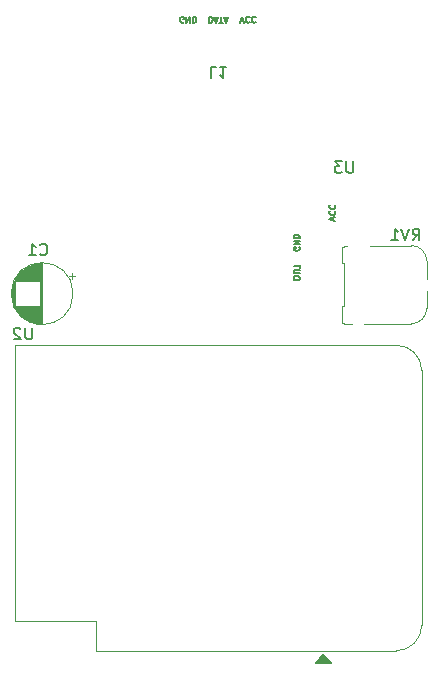
<source format=gbr>
%TF.GenerationSoftware,KiCad,Pcbnew,(6.0.4)*%
%TF.CreationDate,2022-08-05T18:27:13+05:30*%
%TF.ProjectId,led_web,6c65645f-7765-4622-9e6b-696361645f70,v1*%
%TF.SameCoordinates,Original*%
%TF.FileFunction,Legend,Bot*%
%TF.FilePolarity,Positive*%
%FSLAX46Y46*%
G04 Gerber Fmt 4.6, Leading zero omitted, Abs format (unit mm)*
G04 Created by KiCad (PCBNEW (6.0.4)) date 2022-08-05 18:27:13*
%MOMM*%
%LPD*%
G01*
G04 APERTURE LIST*
%ADD10C,0.150000*%
%ADD11C,0.127000*%
%ADD12C,0.120000*%
G04 APERTURE END LIST*
D10*
%TO.C,C1*%
X136564666Y-78716142D02*
X136612285Y-78763761D01*
X136755142Y-78811380D01*
X136850380Y-78811380D01*
X136993238Y-78763761D01*
X137088476Y-78668523D01*
X137136095Y-78573285D01*
X137183714Y-78382809D01*
X137183714Y-78239952D01*
X137136095Y-78049476D01*
X137088476Y-77954238D01*
X136993238Y-77859000D01*
X136850380Y-77811380D01*
X136755142Y-77811380D01*
X136612285Y-77859000D01*
X136564666Y-77906619D01*
X135612285Y-78811380D02*
X136183714Y-78811380D01*
X135898000Y-78811380D02*
X135898000Y-77811380D01*
X135993238Y-77954238D01*
X136088476Y-78049476D01*
X136183714Y-78097095D01*
%TO.C,L1*%
X151471333Y-62811619D02*
X150995142Y-62811619D01*
X150995142Y-63811619D01*
X152328476Y-62811619D02*
X151757047Y-62811619D01*
X152042761Y-62811619D02*
X152042761Y-63811619D01*
X151947523Y-63668761D01*
X151852285Y-63573523D01*
X151757047Y-63525904D01*
D11*
X153500666Y-59097190D02*
X153670000Y-58589190D01*
X153839333Y-59097190D01*
X154298952Y-58637571D02*
X154274761Y-58613380D01*
X154202190Y-58589190D01*
X154153809Y-58589190D01*
X154081238Y-58613380D01*
X154032857Y-58661761D01*
X154008666Y-58710142D01*
X153984476Y-58806904D01*
X153984476Y-58879476D01*
X154008666Y-58976238D01*
X154032857Y-59024619D01*
X154081238Y-59073000D01*
X154153809Y-59097190D01*
X154202190Y-59097190D01*
X154274761Y-59073000D01*
X154298952Y-59048809D01*
X154806952Y-58637571D02*
X154782761Y-58613380D01*
X154710190Y-58589190D01*
X154661809Y-58589190D01*
X154589238Y-58613380D01*
X154540857Y-58661761D01*
X154516666Y-58710142D01*
X154492476Y-58806904D01*
X154492476Y-58879476D01*
X154516666Y-58976238D01*
X154540857Y-59024619D01*
X154589238Y-59073000D01*
X154661809Y-59097190D01*
X154710190Y-59097190D01*
X154782761Y-59073000D01*
X154806952Y-59048809D01*
X150876000Y-58589190D02*
X150876000Y-59097190D01*
X150996952Y-59097190D01*
X151069523Y-59073000D01*
X151117904Y-59024619D01*
X151142095Y-58976238D01*
X151166285Y-58879476D01*
X151166285Y-58806904D01*
X151142095Y-58710142D01*
X151117904Y-58661761D01*
X151069523Y-58613380D01*
X150996952Y-58589190D01*
X150876000Y-58589190D01*
X151359809Y-58734333D02*
X151601714Y-58734333D01*
X151311428Y-58589190D02*
X151480761Y-59097190D01*
X151650095Y-58589190D01*
X151746857Y-59097190D02*
X152037142Y-59097190D01*
X151892000Y-58589190D02*
X151892000Y-59097190D01*
X152182285Y-58734333D02*
X152424190Y-58734333D01*
X152133904Y-58589190D02*
X152303238Y-59097190D01*
X152472571Y-58589190D01*
X148710952Y-59073000D02*
X148662571Y-59097190D01*
X148590000Y-59097190D01*
X148517428Y-59073000D01*
X148469047Y-59024619D01*
X148444857Y-58976238D01*
X148420666Y-58879476D01*
X148420666Y-58806904D01*
X148444857Y-58710142D01*
X148469047Y-58661761D01*
X148517428Y-58613380D01*
X148590000Y-58589190D01*
X148638380Y-58589190D01*
X148710952Y-58613380D01*
X148735142Y-58637571D01*
X148735142Y-58806904D01*
X148638380Y-58806904D01*
X148952857Y-58589190D02*
X148952857Y-59097190D01*
X149243142Y-58589190D01*
X149243142Y-59097190D01*
X149485047Y-58589190D02*
X149485047Y-59097190D01*
X149606000Y-59097190D01*
X149678571Y-59073000D01*
X149726952Y-59024619D01*
X149751142Y-58976238D01*
X149775333Y-58879476D01*
X149775333Y-58806904D01*
X149751142Y-58710142D01*
X149726952Y-58661761D01*
X149678571Y-58613380D01*
X149606000Y-58589190D01*
X149485047Y-58589190D01*
D10*
%TO.C,U3*%
X163067904Y-70826380D02*
X163067904Y-71635904D01*
X163020285Y-71731142D01*
X162972666Y-71778761D01*
X162877428Y-71826380D01*
X162686952Y-71826380D01*
X162591714Y-71778761D01*
X162544095Y-71731142D01*
X162496476Y-71635904D01*
X162496476Y-70826380D01*
X162115523Y-70826380D02*
X161496476Y-70826380D01*
X161829809Y-71207333D01*
X161686952Y-71207333D01*
X161591714Y-71254952D01*
X161544095Y-71302571D01*
X161496476Y-71397809D01*
X161496476Y-71635904D01*
X161544095Y-71731142D01*
X161591714Y-71778761D01*
X161686952Y-71826380D01*
X161972666Y-71826380D01*
X162067904Y-71778761D01*
X162115523Y-71731142D01*
D11*
X158514000Y-78111047D02*
X158538190Y-78159428D01*
X158538190Y-78232000D01*
X158514000Y-78304571D01*
X158465619Y-78352952D01*
X158417238Y-78377142D01*
X158320476Y-78401333D01*
X158247904Y-78401333D01*
X158151142Y-78377142D01*
X158102761Y-78352952D01*
X158054380Y-78304571D01*
X158030190Y-78232000D01*
X158030190Y-78183619D01*
X158054380Y-78111047D01*
X158078571Y-78086857D01*
X158247904Y-78086857D01*
X158247904Y-78183619D01*
X158030190Y-77869142D02*
X158538190Y-77869142D01*
X158030190Y-77578857D01*
X158538190Y-77578857D01*
X158030190Y-77336952D02*
X158538190Y-77336952D01*
X158538190Y-77216000D01*
X158514000Y-77143428D01*
X158465619Y-77095047D01*
X158417238Y-77070857D01*
X158320476Y-77046666D01*
X158247904Y-77046666D01*
X158151142Y-77070857D01*
X158102761Y-77095047D01*
X158054380Y-77143428D01*
X158030190Y-77216000D01*
X158030190Y-77336952D01*
X161568190Y-75861333D02*
X161060190Y-75692000D01*
X161568190Y-75522666D01*
X161108571Y-75063047D02*
X161084380Y-75087238D01*
X161060190Y-75159809D01*
X161060190Y-75208190D01*
X161084380Y-75280761D01*
X161132761Y-75329142D01*
X161181142Y-75353333D01*
X161277904Y-75377523D01*
X161350476Y-75377523D01*
X161447238Y-75353333D01*
X161495619Y-75329142D01*
X161544000Y-75280761D01*
X161568190Y-75208190D01*
X161568190Y-75159809D01*
X161544000Y-75087238D01*
X161519809Y-75063047D01*
X161108571Y-74555047D02*
X161084380Y-74579238D01*
X161060190Y-74651809D01*
X161060190Y-74700190D01*
X161084380Y-74772761D01*
X161132761Y-74821142D01*
X161181142Y-74845333D01*
X161277904Y-74869523D01*
X161350476Y-74869523D01*
X161447238Y-74845333D01*
X161495619Y-74821142D01*
X161544000Y-74772761D01*
X161568190Y-74700190D01*
X161568190Y-74651809D01*
X161544000Y-74579238D01*
X161519809Y-74555047D01*
X158538190Y-80772000D02*
X158538190Y-80675238D01*
X158514000Y-80626857D01*
X158465619Y-80578476D01*
X158368857Y-80554285D01*
X158199523Y-80554285D01*
X158102761Y-80578476D01*
X158054380Y-80626857D01*
X158030190Y-80675238D01*
X158030190Y-80772000D01*
X158054380Y-80820380D01*
X158102761Y-80868761D01*
X158199523Y-80892952D01*
X158368857Y-80892952D01*
X158465619Y-80868761D01*
X158514000Y-80820380D01*
X158538190Y-80772000D01*
X158538190Y-80336571D02*
X158126952Y-80336571D01*
X158078571Y-80312380D01*
X158054380Y-80288190D01*
X158030190Y-80239809D01*
X158030190Y-80143047D01*
X158054380Y-80094666D01*
X158078571Y-80070476D01*
X158126952Y-80046285D01*
X158538190Y-80046285D01*
X158538190Y-79876952D02*
X158538190Y-79586666D01*
X158030190Y-79731809D02*
X158538190Y-79731809D01*
D10*
%TO.C,RV1*%
X168108238Y-77541380D02*
X168441571Y-77065190D01*
X168679666Y-77541380D02*
X168679666Y-76541380D01*
X168298714Y-76541380D01*
X168203476Y-76589000D01*
X168155857Y-76636619D01*
X168108238Y-76731857D01*
X168108238Y-76874714D01*
X168155857Y-76969952D01*
X168203476Y-77017571D01*
X168298714Y-77065190D01*
X168679666Y-77065190D01*
X167822523Y-76541380D02*
X167489190Y-77541380D01*
X167155857Y-76541380D01*
X166298714Y-77541380D02*
X166870142Y-77541380D01*
X166584428Y-77541380D02*
X166584428Y-76541380D01*
X166679666Y-76684238D01*
X166774904Y-76779476D01*
X166870142Y-76827095D01*
%TO.C,U2*%
X135889904Y-84923380D02*
X135889904Y-85732904D01*
X135842285Y-85828142D01*
X135794666Y-85875761D01*
X135699428Y-85923380D01*
X135508952Y-85923380D01*
X135413714Y-85875761D01*
X135366095Y-85828142D01*
X135318476Y-85732904D01*
X135318476Y-84923380D01*
X134889904Y-85018619D02*
X134842285Y-84971000D01*
X134747047Y-84923380D01*
X134508952Y-84923380D01*
X134413714Y-84971000D01*
X134366095Y-85018619D01*
X134318476Y-85113857D01*
X134318476Y-85209095D01*
X134366095Y-85351952D01*
X134937523Y-85923380D01*
X134318476Y-85923380D01*
D12*
%TO.C,C1*%
X136373000Y-83082000D02*
X136373000Y-84598000D01*
X134492000Y-83082000D02*
X134492000Y-83361000D01*
X136173000Y-83082000D02*
X136173000Y-84562000D01*
X135052000Y-80071000D02*
X135052000Y-81002000D01*
X136493000Y-83082000D02*
X136493000Y-84611000D01*
X135532000Y-83082000D02*
X135532000Y-84332000D01*
X135372000Y-79842000D02*
X135372000Y-81002000D01*
X134572000Y-80599000D02*
X134572000Y-81002000D01*
X136213000Y-79514000D02*
X136213000Y-81002000D01*
X136293000Y-79499000D02*
X136293000Y-81002000D01*
X136293000Y-83082000D02*
X136293000Y-84585000D01*
X134772000Y-80343000D02*
X134772000Y-81002000D01*
X135212000Y-83082000D02*
X135212000Y-84137000D01*
X135692000Y-79677000D02*
X135692000Y-81002000D01*
X135972000Y-79574000D02*
X135972000Y-81002000D01*
X136653000Y-79463000D02*
X136653000Y-84621000D01*
X135132000Y-80007000D02*
X135132000Y-81002000D01*
X136133000Y-83082000D02*
X136133000Y-84553000D01*
X136012000Y-83082000D02*
X136012000Y-84522000D01*
X136053000Y-79551000D02*
X136053000Y-81002000D01*
X135452000Y-79795000D02*
X135452000Y-81002000D01*
X135852000Y-79614000D02*
X135852000Y-81002000D01*
X136413000Y-83082000D02*
X136413000Y-84603000D01*
X136253000Y-79506000D02*
X136253000Y-81002000D01*
X134572000Y-83082000D02*
X134572000Y-83485000D01*
X134332000Y-81031000D02*
X134332000Y-83053000D01*
X136613000Y-79464000D02*
X136613000Y-84620000D01*
X135292000Y-83082000D02*
X135292000Y-84191000D01*
X136253000Y-83082000D02*
X136253000Y-84578000D01*
X134852000Y-83082000D02*
X134852000Y-83827000D01*
X134932000Y-80178000D02*
X134932000Y-81002000D01*
X135092000Y-80038000D02*
X135092000Y-81002000D01*
X134972000Y-80141000D02*
X134972000Y-81002000D01*
X134932000Y-83082000D02*
X134932000Y-83906000D01*
X136333000Y-79492000D02*
X136333000Y-81002000D01*
X136373000Y-79486000D02*
X136373000Y-81002000D01*
X135212000Y-79947000D02*
X135212000Y-81002000D01*
X135172000Y-83082000D02*
X135172000Y-84107000D01*
X134452000Y-80791000D02*
X134452000Y-81002000D01*
X135732000Y-83082000D02*
X135732000Y-84424000D01*
X135652000Y-79694000D02*
X135652000Y-81002000D01*
X136012000Y-79562000D02*
X136012000Y-81002000D01*
X134692000Y-83082000D02*
X134692000Y-83647000D01*
X135412000Y-83082000D02*
X135412000Y-84266000D01*
X134692000Y-80437000D02*
X134692000Y-81002000D01*
X136693000Y-79462000D02*
X136693000Y-84622000D01*
X135292000Y-79893000D02*
X135292000Y-81002000D01*
X136733000Y-79462000D02*
X136733000Y-84622000D01*
X135972000Y-83082000D02*
X135972000Y-84510000D01*
X136173000Y-79522000D02*
X136173000Y-81002000D01*
X135852000Y-83082000D02*
X135852000Y-84470000D01*
X135612000Y-79713000D02*
X135612000Y-81002000D01*
X134612000Y-83082000D02*
X134612000Y-83542000D01*
X136093000Y-83082000D02*
X136093000Y-84543000D01*
X135612000Y-83082000D02*
X135612000Y-84371000D01*
X134532000Y-83082000D02*
X134532000Y-83425000D01*
X135772000Y-83082000D02*
X135772000Y-84440000D01*
X136453000Y-83082000D02*
X136453000Y-84607000D01*
X135492000Y-79774000D02*
X135492000Y-81002000D01*
X136413000Y-79481000D02*
X136413000Y-81002000D01*
X135332000Y-83082000D02*
X135332000Y-84217000D01*
X135252000Y-79920000D02*
X135252000Y-81002000D01*
X135372000Y-83082000D02*
X135372000Y-84242000D01*
X134412000Y-80864000D02*
X134412000Y-83220000D01*
X135812000Y-79628000D02*
X135812000Y-81002000D01*
X135812000Y-83082000D02*
X135812000Y-84456000D01*
X139537775Y-80567000D02*
X139037775Y-80567000D01*
X135452000Y-83082000D02*
X135452000Y-84289000D01*
X135652000Y-83082000D02*
X135652000Y-84390000D01*
X134892000Y-80216000D02*
X134892000Y-81002000D01*
X134532000Y-80659000D02*
X134532000Y-81002000D01*
X135532000Y-79752000D02*
X135532000Y-81002000D01*
X135132000Y-83082000D02*
X135132000Y-84077000D01*
X135772000Y-79644000D02*
X135772000Y-81002000D01*
X134652000Y-80488000D02*
X134652000Y-81002000D01*
X134132000Y-81758000D02*
X134132000Y-82326000D01*
X134212000Y-81365000D02*
X134212000Y-82719000D01*
X135012000Y-80105000D02*
X135012000Y-81002000D01*
X136333000Y-83082000D02*
X136333000Y-84592000D01*
X136493000Y-79473000D02*
X136493000Y-81002000D01*
X135412000Y-79818000D02*
X135412000Y-81002000D01*
X134292000Y-81127000D02*
X134292000Y-82957000D01*
X136133000Y-79531000D02*
X136133000Y-81002000D01*
X136533000Y-79469000D02*
X136533000Y-84615000D01*
X136213000Y-83082000D02*
X136213000Y-84570000D01*
X135892000Y-83082000D02*
X135892000Y-84484000D01*
X135572000Y-79732000D02*
X135572000Y-81002000D01*
X134492000Y-80723000D02*
X134492000Y-81002000D01*
X139287775Y-80317000D02*
X139287775Y-80817000D01*
X134892000Y-83082000D02*
X134892000Y-83868000D01*
X135012000Y-83082000D02*
X135012000Y-83979000D01*
X134172000Y-81524000D02*
X134172000Y-82560000D01*
X135692000Y-83082000D02*
X135692000Y-84407000D01*
X134732000Y-83082000D02*
X134732000Y-83695000D01*
X134252000Y-81237000D02*
X134252000Y-82847000D01*
X134372000Y-80944000D02*
X134372000Y-83140000D01*
X135052000Y-83082000D02*
X135052000Y-84013000D01*
X135932000Y-83082000D02*
X135932000Y-84497000D01*
X134452000Y-83082000D02*
X134452000Y-83293000D01*
X134972000Y-83082000D02*
X134972000Y-83943000D01*
X136453000Y-79477000D02*
X136453000Y-81002000D01*
X136573000Y-79466000D02*
X136573000Y-84618000D01*
X135732000Y-79660000D02*
X135732000Y-81002000D01*
X134652000Y-83082000D02*
X134652000Y-83596000D01*
X134812000Y-80299000D02*
X134812000Y-81002000D01*
X134852000Y-80257000D02*
X134852000Y-81002000D01*
X136093000Y-79541000D02*
X136093000Y-81002000D01*
X135572000Y-83082000D02*
X135572000Y-84352000D01*
X135892000Y-79600000D02*
X135892000Y-81002000D01*
X135332000Y-79867000D02*
X135332000Y-81002000D01*
X135492000Y-83082000D02*
X135492000Y-84310000D01*
X135252000Y-83082000D02*
X135252000Y-84164000D01*
X134732000Y-80389000D02*
X134732000Y-81002000D01*
X134812000Y-83082000D02*
X134812000Y-83785000D01*
X134612000Y-80542000D02*
X134612000Y-81002000D01*
X136053000Y-83082000D02*
X136053000Y-84533000D01*
X135092000Y-83082000D02*
X135092000Y-84046000D01*
X135932000Y-79587000D02*
X135932000Y-81002000D01*
X134772000Y-83082000D02*
X134772000Y-83741000D01*
X135172000Y-79977000D02*
X135172000Y-81002000D01*
X139353000Y-82042000D02*
G75*
G03*
X139353000Y-82042000I-2620000J0D01*
G01*
%TO.C,RV1*%
X162085000Y-84490000D02*
X162285000Y-84490000D01*
X162085000Y-83070000D02*
X162085000Y-84490000D01*
X169305000Y-80770000D02*
X169305000Y-79280000D01*
X169305000Y-83280000D02*
X169305000Y-81790000D01*
X162085000Y-78070000D02*
X162085000Y-79490000D01*
X167995000Y-77970000D02*
X164455000Y-77970000D01*
X162085000Y-78070000D02*
X162285000Y-78070000D01*
X162285000Y-84490000D02*
X162285000Y-84590000D01*
X162285000Y-79490000D02*
X162085000Y-79490000D01*
X162285000Y-83070000D02*
X162085000Y-83070000D01*
X162285000Y-79490000D02*
X162285000Y-83070000D01*
X162285000Y-78070000D02*
X162285000Y-77970000D01*
X164015000Y-84590000D02*
X167995000Y-84590000D01*
X162285000Y-84590000D02*
X162975000Y-84590000D01*
X162285000Y-77970000D02*
X162535000Y-77970000D01*
X169305000Y-79280000D02*
G75*
G03*
X167995000Y-77970000I-1310000J0D01*
G01*
X167995000Y-84590000D02*
G75*
G03*
X169305000Y-83280000I0J1310000D01*
G01*
%TO.C,U2*%
X141308000Y-109727000D02*
X134408000Y-109727000D01*
X134408000Y-109727000D02*
X134408000Y-86407000D01*
X141308000Y-112267000D02*
X141308000Y-109727000D01*
X141308000Y-112267000D02*
X166738000Y-112267000D01*
X168868000Y-88527000D02*
X168868000Y-110137000D01*
X134408000Y-86407000D02*
X166738000Y-86407000D01*
X166738000Y-112267000D02*
G75*
G03*
X168868000Y-110137000I-2J2130002D01*
G01*
X168868000Y-88537000D02*
G75*
G03*
X166738000Y-86407000I-2130000J0D01*
G01*
G36*
X161163000Y-113307000D02*
G01*
X159893000Y-113307000D01*
X160528000Y-112672000D01*
X161163000Y-113307000D01*
G37*
D10*
X161163000Y-113307000D02*
X159893000Y-113307000D01*
X160528000Y-112672000D01*
X161163000Y-113307000D01*
%TD*%
M02*

</source>
